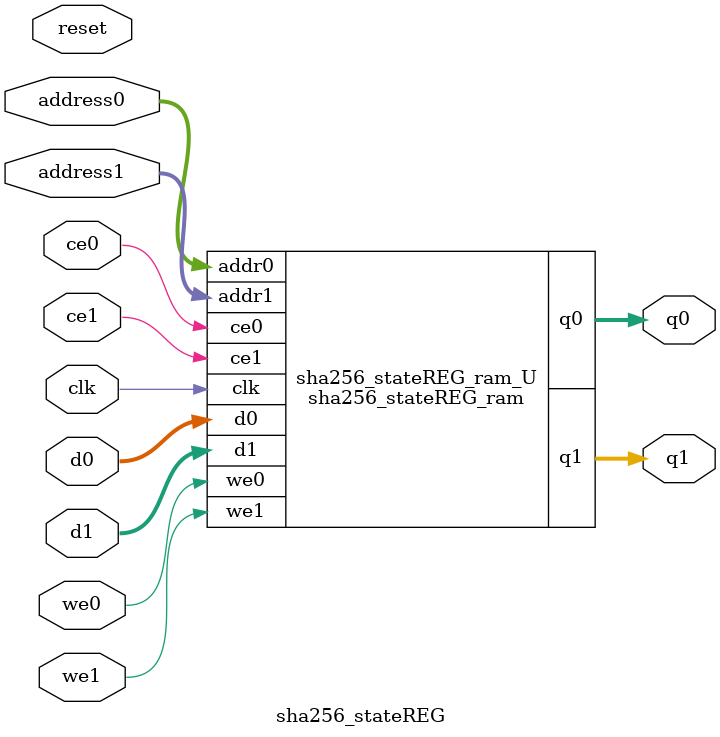
<source format=v>
`timescale 1 ns / 1 ps
module sha256_stateREG_ram (addr0, ce0, d0, we0, q0, addr1, ce1, d1, we1, q1,  clk);

parameter DWIDTH = 32;
parameter AWIDTH = 3;
parameter MEM_SIZE = 8;

input[AWIDTH-1:0] addr0;
input ce0;
input[DWIDTH-1:0] d0;
input we0;
output reg[DWIDTH-1:0] q0;
input[AWIDTH-1:0] addr1;
input ce1;
input[DWIDTH-1:0] d1;
input we1;
output reg[DWIDTH-1:0] q1;
input clk;

reg [DWIDTH-1:0] ram[0:MEM_SIZE-1];




always @(posedge clk)  
begin 
    if (ce0) begin
        if (we0) 
            ram[addr0] <= d0; 
        q0 <= ram[addr0];
    end
end


always @(posedge clk)  
begin 
    if (ce1) begin
        if (we1) 
            ram[addr1] <= d1; 
        q1 <= ram[addr1];
    end
end


endmodule

`timescale 1 ns / 1 ps
module sha256_stateREG(
    reset,
    clk,
    address0,
    ce0,
    we0,
    d0,
    q0,
    address1,
    ce1,
    we1,
    d1,
    q1);

parameter DataWidth = 32'd32;
parameter AddressRange = 32'd8;
parameter AddressWidth = 32'd3;
input reset;
input clk;
input[AddressWidth - 1:0] address0;
input ce0;
input we0;
input[DataWidth - 1:0] d0;
output[DataWidth - 1:0] q0;
input[AddressWidth - 1:0] address1;
input ce1;
input we1;
input[DataWidth - 1:0] d1;
output[DataWidth - 1:0] q1;



sha256_stateREG_ram sha256_stateREG_ram_U(
    .clk( clk ),
    .addr0( address0 ),
    .ce0( ce0 ),
    .we0( we0 ),
    .d0( d0 ),
    .q0( q0 ),
    .addr1( address1 ),
    .ce1( ce1 ),
    .we1( we1 ),
    .d1( d1 ),
    .q1( q1 ));

endmodule


</source>
